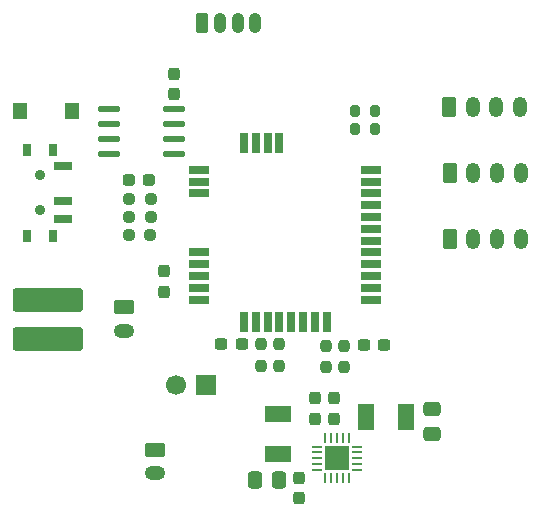
<source format=gbr>
%TF.GenerationSoftware,KiCad,Pcbnew,9.0.4*%
%TF.CreationDate,2025-10-03T18:09:38+02:00*%
%TF.ProjectId,LoraHarvesterBox,4c6f7261-4861-4727-9665-73746572426f,rev?*%
%TF.SameCoordinates,Original*%
%TF.FileFunction,Soldermask,Top*%
%TF.FilePolarity,Negative*%
%FSLAX46Y46*%
G04 Gerber Fmt 4.6, Leading zero omitted, Abs format (unit mm)*
G04 Created by KiCad (PCBNEW 9.0.4) date 2025-10-03 18:09:38*
%MOMM*%
%LPD*%
G01*
G04 APERTURE LIST*
G04 Aperture macros list*
%AMRoundRect*
0 Rectangle with rounded corners*
0 $1 Rounding radius*
0 $2 $3 $4 $5 $6 $7 $8 $9 X,Y pos of 4 corners*
0 Add a 4 corners polygon primitive as box body*
4,1,4,$2,$3,$4,$5,$6,$7,$8,$9,$2,$3,0*
0 Add four circle primitives for the rounded corners*
1,1,$1+$1,$2,$3*
1,1,$1+$1,$4,$5*
1,1,$1+$1,$6,$7*
1,1,$1+$1,$8,$9*
0 Add four rect primitives between the rounded corners*
20,1,$1+$1,$2,$3,$4,$5,0*
20,1,$1+$1,$4,$5,$6,$7,0*
20,1,$1+$1,$6,$7,$8,$9,0*
20,1,$1+$1,$8,$9,$2,$3,0*%
G04 Aperture macros list end*
%ADD10RoundRect,0.250000X-0.350000X-0.625000X0.350000X-0.625000X0.350000X0.625000X-0.350000X0.625000X0*%
%ADD11O,1.200000X1.750000*%
%ADD12O,1.950000X0.570000*%
%ADD13RoundRect,0.237500X-0.250000X-0.237500X0.250000X-0.237500X0.250000X0.237500X-0.250000X0.237500X0*%
%ADD14RoundRect,0.237500X0.250000X0.237500X-0.250000X0.237500X-0.250000X-0.237500X0.250000X-0.237500X0*%
%ADD15RoundRect,0.237500X0.237500X-0.300000X0.237500X0.300000X-0.237500X0.300000X-0.237500X-0.300000X0*%
%ADD16RoundRect,0.237500X-0.237500X0.300000X-0.237500X-0.300000X0.237500X-0.300000X0.237500X0.300000X0*%
%ADD17RoundRect,0.237500X-0.237500X0.250000X-0.237500X-0.250000X0.237500X-0.250000X0.237500X0.250000X0*%
%ADD18RoundRect,0.237500X0.237500X-0.250000X0.237500X0.250000X-0.237500X0.250000X-0.237500X-0.250000X0*%
%ADD19RoundRect,0.237500X-0.300000X-0.237500X0.300000X-0.237500X0.300000X0.237500X-0.300000X0.237500X0*%
%ADD20RoundRect,0.200000X0.200000X0.275000X-0.200000X0.275000X-0.200000X-0.275000X0.200000X-0.275000X0*%
%ADD21R,2.220000X1.470000*%
%ADD22R,1.700000X1.700000*%
%ADD23C,1.700000*%
%ADD24RoundRect,0.250000X-0.625000X0.350000X-0.625000X-0.350000X0.625000X-0.350000X0.625000X0.350000X0*%
%ADD25O,1.750000X1.200000*%
%ADD26C,0.900000*%
%ADD27R,1.500000X0.700000*%
%ADD28R,0.800000X1.000000*%
%ADD29RoundRect,0.237500X0.300000X0.237500X-0.300000X0.237500X-0.300000X-0.237500X0.300000X-0.237500X0*%
%ADD30RoundRect,0.250000X-0.265000X-0.615000X0.265000X-0.615000X0.265000X0.615000X-0.265000X0.615000X0*%
%ADD31O,1.030000X1.730000*%
%ADD32R,1.230000X1.360000*%
%ADD33R,1.800000X0.800000*%
%ADD34R,0.800000X1.800000*%
%ADD35R,1.470000X2.220000*%
%ADD36RoundRect,0.300000X2.700000X-0.700000X2.700000X0.700000X-2.700000X0.700000X-2.700000X-0.700000X0*%
%ADD37RoundRect,0.237500X0.287500X0.237500X-0.287500X0.237500X-0.287500X-0.237500X0.287500X-0.237500X0*%
%ADD38RoundRect,0.250000X-0.337500X-0.475000X0.337500X-0.475000X0.337500X0.475000X-0.337500X0.475000X0*%
%ADD39RoundRect,0.250000X0.475000X-0.337500X0.475000X0.337500X-0.475000X0.337500X-0.475000X-0.337500X0*%
%ADD40RoundRect,0.062500X-0.375000X-0.062500X0.375000X-0.062500X0.375000X0.062500X-0.375000X0.062500X0*%
%ADD41RoundRect,0.062500X-0.062500X-0.375000X0.062500X-0.375000X0.062500X0.375000X-0.062500X0.375000X0*%
%ADD42R,2.000000X2.000000*%
G04 APERTURE END LIST*
D10*
%TO.C,J5*%
X139240000Y-69560000D03*
D11*
X141240000Y-69560000D03*
X143240000Y-69560000D03*
X145240000Y-69560000D03*
%TD*%
D12*
%TO.C,U3*%
X110440000Y-64104995D03*
X110440000Y-65384995D03*
X110440000Y-66644995D03*
X110440000Y-67914995D03*
X115860000Y-67914995D03*
X115860000Y-66644995D03*
X115860000Y-65384995D03*
X115860000Y-64104995D03*
%TD*%
D13*
%TO.C,R8*%
X112095000Y-73250000D03*
X113920000Y-73250000D03*
%TD*%
D14*
%TO.C,R9*%
X113922500Y-71710000D03*
X112097500Y-71710000D03*
%TD*%
D13*
%TO.C,R7*%
X112067500Y-74810000D03*
X113892500Y-74810000D03*
%TD*%
D15*
%TO.C,C4*%
X127880000Y-90340000D03*
X127880000Y-88615000D03*
%TD*%
D16*
%TO.C,C2*%
X126480000Y-95360000D03*
X126480000Y-97085000D03*
%TD*%
D10*
%TO.C,J4*%
X139200000Y-63930000D03*
D11*
X141200000Y-63930000D03*
X143200000Y-63930000D03*
X145200000Y-63930000D03*
%TD*%
D17*
%TO.C,R3*%
X124810000Y-84050000D03*
X124810000Y-85875000D03*
%TD*%
D18*
%TO.C,R4*%
X123270000Y-85875000D03*
X123270000Y-84050000D03*
%TD*%
D19*
%TO.C,C9*%
X119917500Y-84040000D03*
X121642500Y-84040000D03*
%TD*%
D18*
%TO.C,R5*%
X128780000Y-86000000D03*
X128780000Y-84175000D03*
%TD*%
D20*
%TO.C,R1*%
X132900000Y-65840000D03*
X131250000Y-65840000D03*
%TD*%
D16*
%TO.C,C7*%
X115920000Y-61147500D03*
X115920000Y-62872500D03*
%TD*%
D15*
%TO.C,C3*%
X129410000Y-90342500D03*
X129410000Y-88617500D03*
%TD*%
D21*
%TO.C,L1*%
X124710000Y-93363750D03*
X124710000Y-89963750D03*
%TD*%
D22*
%TO.C,J3*%
X118590000Y-87490000D03*
D23*
X116050000Y-87490000D03*
%TD*%
D24*
%TO.C,J1*%
X114300000Y-92960000D03*
D25*
X114300000Y-94960000D03*
%TD*%
D26*
%TO.C,SW1*%
X104520000Y-69700000D03*
X104520000Y-72700000D03*
D27*
X106520000Y-68950000D03*
X106520000Y-71950000D03*
X106520000Y-73450000D03*
D28*
X105620000Y-67550000D03*
X105620000Y-74850000D03*
X103420000Y-74850000D03*
X103420000Y-67550000D03*
%TD*%
D29*
%TO.C,C10*%
X133700000Y-84120000D03*
X131975000Y-84120000D03*
%TD*%
D30*
%TO.C,J7*%
X118300000Y-56820000D03*
D31*
X119800000Y-56820000D03*
X121300000Y-56820000D03*
X122800000Y-56820000D03*
%TD*%
D32*
%TO.C,SW2*%
X102890000Y-64290000D03*
X107250000Y-64290000D03*
%TD*%
D24*
%TO.C,J2*%
X111710000Y-80890000D03*
D25*
X111710000Y-82890000D03*
%TD*%
D20*
%TO.C,R2*%
X132900000Y-64300000D03*
X131250000Y-64300000D03*
%TD*%
D33*
%TO.C,U2*%
X132620000Y-80270000D03*
X132620000Y-79270000D03*
X132620000Y-78270000D03*
X132620000Y-77270000D03*
X132620000Y-76270000D03*
X132620000Y-75270000D03*
X132620000Y-74270000D03*
X132620000Y-73270000D03*
X132620000Y-72270000D03*
X132620000Y-71270000D03*
X132620000Y-70270000D03*
X132620000Y-69270000D03*
D34*
X124830000Y-67020000D03*
X123830000Y-67020000D03*
X122830000Y-67020000D03*
X121830000Y-67020000D03*
D33*
X118040000Y-69270000D03*
X118040000Y-70270000D03*
X118040000Y-71270000D03*
X118040000Y-76270000D03*
X118040000Y-77270000D03*
X118040000Y-78270000D03*
X118040000Y-79270000D03*
X118040000Y-80270000D03*
D34*
X121830000Y-82160000D03*
X122830000Y-82160000D03*
X123830000Y-82160000D03*
X124830000Y-82160000D03*
X125830000Y-82160000D03*
X126830000Y-82160000D03*
X127830000Y-82160000D03*
X128830000Y-82160000D03*
%TD*%
D10*
%TO.C,J6*%
X139250000Y-75140000D03*
D11*
X141250000Y-75140000D03*
X143250000Y-75140000D03*
X145250000Y-75140000D03*
%TD*%
D35*
%TO.C,L2*%
X132163750Y-90170000D03*
X135563750Y-90170000D03*
%TD*%
D36*
%TO.C,BT1*%
X105260000Y-80260000D03*
X105260000Y-83610000D03*
%TD*%
D37*
%TO.C,D1*%
X113820000Y-70130000D03*
X112070000Y-70130000D03*
%TD*%
D38*
%TO.C,C1*%
X122732500Y-95550000D03*
X124807500Y-95550000D03*
%TD*%
D39*
%TO.C,C5*%
X137770000Y-91617500D03*
X137770000Y-89542500D03*
%TD*%
D16*
%TO.C,C8*%
X115080000Y-77850000D03*
X115080000Y-79575000D03*
%TD*%
D17*
%TO.C,R6*%
X130300000Y-84175000D03*
X130300000Y-86000000D03*
%TD*%
D40*
%TO.C,U1*%
X127993750Y-92700000D03*
X127993750Y-93200000D03*
X127993750Y-93700000D03*
X127993750Y-94200000D03*
X127993750Y-94700000D03*
D41*
X128681250Y-95387500D03*
X129181250Y-95387500D03*
X129681250Y-95387500D03*
X130181250Y-95387500D03*
X130681250Y-95387500D03*
D40*
X131368750Y-94700000D03*
X131368750Y-94200000D03*
X131368750Y-93700000D03*
X131368750Y-93200000D03*
X131368750Y-92700000D03*
D41*
X130681250Y-92012500D03*
X130181250Y-92012500D03*
X129681250Y-92012500D03*
X129181250Y-92012500D03*
X128681250Y-92012500D03*
D42*
X129681250Y-93700000D03*
%TD*%
M02*

</source>
